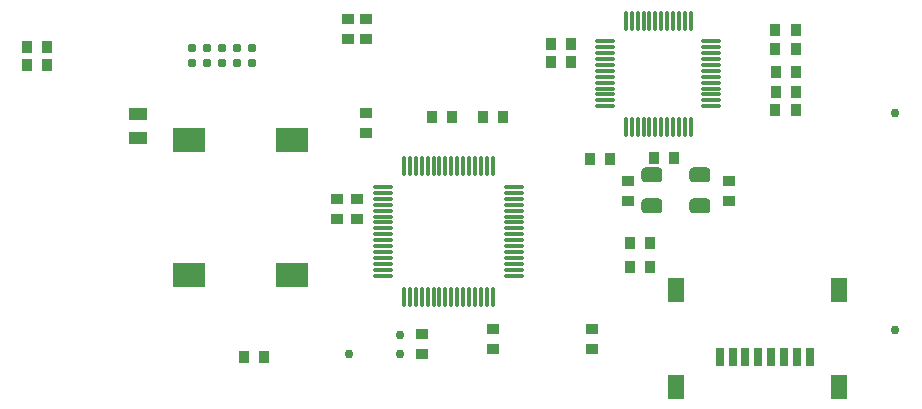
<source format=gbp>
%FSLAX25Y25*%
%MOIN*%
G70*
G01*
G75*
G04 Layer_Color=128*
%ADD10R,0.08661X0.05906*%
%ADD11O,0.00984X0.03347*%
%ADD12O,0.03150X0.01181*%
%ADD13O,0.01181X0.03150*%
%ADD14R,0.06299X0.06299*%
%ADD15R,0.03937X0.03543*%
%ADD16C,0.03000*%
G04:AMPARAMS|DCode=17|XSize=236.22mil|YSize=98.43mil|CornerRadius=24.61mil|HoleSize=0mil|Usage=FLASHONLY|Rotation=0.000|XOffset=0mil|YOffset=0mil|HoleType=Round|Shape=RoundedRectangle|*
%AMROUNDEDRECTD17*
21,1,0.23622,0.04921,0,0,0.0*
21,1,0.18701,0.09843,0,0,0.0*
1,1,0.04921,0.09350,-0.02461*
1,1,0.04921,-0.09350,-0.02461*
1,1,0.04921,-0.09350,0.02461*
1,1,0.04921,0.09350,0.02461*
%
%ADD17ROUNDEDRECTD17*%
G04:AMPARAMS|DCode=18|XSize=98.43mil|YSize=39.37mil|CornerRadius=9.84mil|HoleSize=0mil|Usage=FLASHONLY|Rotation=0.000|XOffset=0mil|YOffset=0mil|HoleType=Round|Shape=RoundedRectangle|*
%AMROUNDEDRECTD18*
21,1,0.09843,0.01969,0,0,0.0*
21,1,0.07874,0.03937,0,0,0.0*
1,1,0.01969,0.03937,-0.00984*
1,1,0.01969,-0.03937,-0.00984*
1,1,0.01969,-0.03937,0.00984*
1,1,0.01969,0.03937,0.00984*
%
%ADD18ROUNDEDRECTD18*%
G04:AMPARAMS|DCode=19|XSize=78.74mil|YSize=94.49mil|CornerRadius=19.69mil|HoleSize=0mil|Usage=FLASHONLY|Rotation=180.000|XOffset=0mil|YOffset=0mil|HoleType=Round|Shape=RoundedRectangle|*
%AMROUNDEDRECTD19*
21,1,0.07874,0.05512,0,0,180.0*
21,1,0.03937,0.09449,0,0,180.0*
1,1,0.03937,-0.01969,0.02756*
1,1,0.03937,0.01969,0.02756*
1,1,0.03937,0.01969,-0.02756*
1,1,0.03937,-0.01969,-0.02756*
%
%ADD19ROUNDEDRECTD19*%
%ADD20R,0.03543X0.03937*%
%ADD21R,0.03150X0.06693*%
%ADD22R,0.03150X0.04331*%
%ADD23R,0.09000X0.09000*%
%ADD24R,0.04331X0.05906*%
%ADD25R,0.05906X0.04331*%
G04:AMPARAMS|DCode=26|XSize=51.18mil|YSize=64.96mil|CornerRadius=12.8mil|HoleSize=0mil|Usage=FLASHONLY|Rotation=0.000|XOffset=0mil|YOffset=0mil|HoleType=Round|Shape=RoundedRectangle|*
%AMROUNDEDRECTD26*
21,1,0.05118,0.03937,0,0,0.0*
21,1,0.02559,0.06496,0,0,0.0*
1,1,0.02559,0.01280,-0.01969*
1,1,0.02559,-0.01280,-0.01969*
1,1,0.02559,-0.01280,0.01969*
1,1,0.02559,0.01280,0.01969*
%
%ADD26ROUNDEDRECTD26*%
G04:AMPARAMS|DCode=27|XSize=31.5mil|YSize=106.3mil|CornerRadius=7.87mil|HoleSize=0mil|Usage=FLASHONLY|Rotation=180.000|XOffset=0mil|YOffset=0mil|HoleType=Round|Shape=RoundedRectangle|*
%AMROUNDEDRECTD27*
21,1,0.03150,0.09055,0,0,180.0*
21,1,0.01575,0.10630,0,0,180.0*
1,1,0.01575,-0.00787,0.04528*
1,1,0.01575,0.00787,0.04528*
1,1,0.01575,0.00787,-0.04528*
1,1,0.01575,-0.00787,-0.04528*
%
%ADD27ROUNDEDRECTD27*%
G04:AMPARAMS|DCode=28|XSize=25.59mil|YSize=43.31mil|CornerRadius=6.4mil|HoleSize=0mil|Usage=FLASHONLY|Rotation=90.000|XOffset=0mil|YOffset=0mil|HoleType=Round|Shape=RoundedRectangle|*
%AMROUNDEDRECTD28*
21,1,0.02559,0.03051,0,0,90.0*
21,1,0.01280,0.04331,0,0,90.0*
1,1,0.01280,0.01526,0.00640*
1,1,0.01280,0.01526,-0.00640*
1,1,0.01280,-0.01526,-0.00640*
1,1,0.01280,-0.01526,0.00640*
%
%ADD28ROUNDEDRECTD28*%
%ADD29C,0.01181*%
%ADD30C,0.01969*%
%ADD31C,0.01000*%
%ADD32C,0.03937*%
%ADD33C,0.03902*%
%ADD34C,0.02953*%
%ADD35C,0.03543*%
G04:AMPARAMS|DCode=36|XSize=86.61mil|YSize=59.06mil|CornerRadius=0mil|HoleSize=0mil|Usage=FLASHONLY|Rotation=0.000|XOffset=0mil|YOffset=0mil|HoleType=Round|Shape=Octagon|*
%AMOCTAGOND36*
4,1,8,0.04331,-0.01476,0.04331,0.01476,0.02854,0.02953,-0.02854,0.02953,-0.04331,0.01476,-0.04331,-0.01476,-0.02854,-0.02953,0.02854,-0.02953,0.04331,-0.01476,0.0*
%
%ADD36OCTAGOND36*%

%ADD37P,0.05114X8X22.5*%
%ADD38C,0.13780*%
%ADD39C,0.05906*%
%ADD40R,0.05906X0.05906*%
%ADD41P,0.04261X8X22.5*%
%ADD42C,0.03937*%
%ADD43R,0.05906X0.05906*%
%ADD44C,0.01969*%
%ADD45C,0.02362*%
%ADD46C,0.04724*%
%ADD47C,0.04000*%
%ADD48C,0.07902*%
%ADD49C,0.06953*%
%ADD50C,0.07543*%
%ADD51O,0.10693X0.07150*%
%ADD52C,0.06362*%
%ADD53C,0.13843*%
%ADD54C,0.05181*%
%ADD55C,0.03098*%
%ADD56R,0.10630X0.07874*%
%ADD57R,0.05709X0.07874*%
%ADD58R,0.03150X0.05906*%
%ADD59O,0.01181X0.07087*%
%ADD60O,0.07087X0.01181*%
G04:AMPARAMS|DCode=61|XSize=50mil|YSize=70mil|CornerRadius=12.5mil|HoleSize=0mil|Usage=FLASHONLY|Rotation=90.000|XOffset=0mil|YOffset=0mil|HoleType=Round|Shape=RoundedRectangle|*
%AMROUNDEDRECTD61*
21,1,0.05000,0.04500,0,0,90.0*
21,1,0.02500,0.07000,0,0,90.0*
1,1,0.02500,0.02250,0.01250*
1,1,0.02500,0.02250,-0.01250*
1,1,0.02500,-0.02250,-0.01250*
1,1,0.02500,-0.02250,0.01250*
%
%ADD61ROUNDEDRECTD61*%
%ADD62C,0.00984*%
%ADD63C,0.00394*%
%ADD64C,0.00787*%
%ADD65R,0.09461X0.06706*%
%ADD66O,0.01784X0.04147*%
%ADD67O,0.03950X0.01981*%
%ADD68O,0.01981X0.03950*%
%ADD69R,0.07099X0.07099*%
%ADD70R,0.04737X0.04343*%
%ADD71C,0.03800*%
G04:AMPARAMS|DCode=72|XSize=244.22mil|YSize=106.42mil|CornerRadius=28.61mil|HoleSize=0mil|Usage=FLASHONLY|Rotation=0.000|XOffset=0mil|YOffset=0mil|HoleType=Round|Shape=RoundedRectangle|*
%AMROUNDEDRECTD72*
21,1,0.24422,0.04921,0,0,0.0*
21,1,0.18701,0.10642,0,0,0.0*
1,1,0.05721,0.09350,-0.02461*
1,1,0.05721,-0.09350,-0.02461*
1,1,0.05721,-0.09350,0.02461*
1,1,0.05721,0.09350,0.02461*
%
%ADD72ROUNDEDRECTD72*%
G04:AMPARAMS|DCode=73|XSize=106.42mil|YSize=47.37mil|CornerRadius=13.84mil|HoleSize=0mil|Usage=FLASHONLY|Rotation=0.000|XOffset=0mil|YOffset=0mil|HoleType=Round|Shape=RoundedRectangle|*
%AMROUNDEDRECTD73*
21,1,0.10642,0.01969,0,0,0.0*
21,1,0.07874,0.04737,0,0,0.0*
1,1,0.02769,0.03937,-0.00984*
1,1,0.02769,-0.03937,-0.00984*
1,1,0.02769,-0.03937,0.00984*
1,1,0.02769,0.03937,0.00984*
%
%ADD73ROUNDEDRECTD73*%
G04:AMPARAMS|DCode=74|XSize=86.74mil|YSize=102.49mil|CornerRadius=23.69mil|HoleSize=0mil|Usage=FLASHONLY|Rotation=180.000|XOffset=0mil|YOffset=0mil|HoleType=Round|Shape=RoundedRectangle|*
%AMROUNDEDRECTD74*
21,1,0.08674,0.05512,0,0,180.0*
21,1,0.03937,0.10249,0,0,180.0*
1,1,0.04737,-0.01969,0.02756*
1,1,0.04737,0.01969,0.02756*
1,1,0.04737,0.01969,-0.02756*
1,1,0.04737,-0.01969,-0.02756*
%
%ADD74ROUNDEDRECTD74*%
%ADD75R,0.04343X0.04737*%
%ADD76R,0.03950X0.07493*%
%ADD77R,0.03950X0.05131*%
%ADD78R,0.09800X0.09800*%
%ADD79R,0.05131X0.06706*%
%ADD80R,0.06706X0.05131*%
G04:AMPARAMS|DCode=81|XSize=59.18mil|YSize=72.96mil|CornerRadius=16.8mil|HoleSize=0mil|Usage=FLASHONLY|Rotation=0.000|XOffset=0mil|YOffset=0mil|HoleType=Round|Shape=RoundedRectangle|*
%AMROUNDEDRECTD81*
21,1,0.05918,0.03937,0,0,0.0*
21,1,0.02559,0.07296,0,0,0.0*
1,1,0.03359,0.01280,-0.01969*
1,1,0.03359,-0.01280,-0.01969*
1,1,0.03359,-0.01280,0.01969*
1,1,0.03359,0.01280,0.01969*
%
%ADD81ROUNDEDRECTD81*%
G04:AMPARAMS|DCode=82|XSize=39.5mil|YSize=114.3mil|CornerRadius=11.87mil|HoleSize=0mil|Usage=FLASHONLY|Rotation=180.000|XOffset=0mil|YOffset=0mil|HoleType=Round|Shape=RoundedRectangle|*
%AMROUNDEDRECTD82*
21,1,0.03950,0.09055,0,0,180.0*
21,1,0.01575,0.11430,0,0,180.0*
1,1,0.02375,-0.00787,0.04528*
1,1,0.02375,0.00787,0.04528*
1,1,0.02375,0.00787,-0.04528*
1,1,0.02375,-0.00787,-0.04528*
%
%ADD82ROUNDEDRECTD82*%
G04:AMPARAMS|DCode=83|XSize=33.59mil|YSize=51.31mil|CornerRadius=10.4mil|HoleSize=0mil|Usage=FLASHONLY|Rotation=90.000|XOffset=0mil|YOffset=0mil|HoleType=Round|Shape=RoundedRectangle|*
%AMROUNDEDRECTD83*
21,1,0.03359,0.03051,0,0,90.0*
21,1,0.01280,0.05131,0,0,90.0*
1,1,0.02080,0.01526,0.00640*
1,1,0.02080,0.01526,-0.00640*
1,1,0.02080,-0.01526,-0.00640*
1,1,0.02080,-0.01526,0.00640*
%
%ADD83ROUNDEDRECTD83*%
%ADD84C,0.04702*%
%ADD85C,0.03753*%
%ADD86C,0.04343*%
G04:AMPARAMS|DCode=87|XSize=94.61mil|YSize=67.06mil|CornerRadius=0mil|HoleSize=0mil|Usage=FLASHONLY|Rotation=0.000|XOffset=0mil|YOffset=0mil|HoleType=Round|Shape=Octagon|*
%AMOCTAGOND87*
4,1,8,0.04731,-0.01676,0.04731,0.01676,0.03054,0.03353,-0.03054,0.03353,-0.04731,0.01676,-0.04731,-0.01676,-0.03054,-0.03353,0.03054,-0.03353,0.04731,-0.01676,0.0*
%
%ADD87OCTAGOND87*%

%ADD88P,0.05980X8X22.5*%
%ADD89C,0.14579*%
%ADD90C,0.06706*%
%ADD91R,0.06706X0.06706*%
%ADD92P,0.05127X8X22.5*%
%ADD93C,0.04737*%
%ADD94R,0.06706X0.06706*%
%ADD95C,0.03898*%
%ADD96R,0.11430X0.08674*%
%ADD97R,0.06509X0.08674*%
%ADD98R,0.03550X0.06306*%
%ADD99O,0.01981X0.07887*%
%ADD100O,0.07887X0.01981*%
G04:AMPARAMS|DCode=101|XSize=58mil|YSize=78mil|CornerRadius=16.5mil|HoleSize=0mil|Usage=FLASHONLY|Rotation=90.000|XOffset=0mil|YOffset=0mil|HoleType=Round|Shape=RoundedRectangle|*
%AMROUNDEDRECTD101*
21,1,0.05800,0.04500,0,0,90.0*
21,1,0.02500,0.07800,0,0,90.0*
1,1,0.03300,0.02250,0.01250*
1,1,0.03300,0.02250,-0.01250*
1,1,0.03300,-0.02250,-0.01250*
1,1,0.03300,-0.02250,0.01250*
%
%ADD101ROUNDEDRECTD101*%
D15*
X171555Y62846D02*
D03*
Y56154D02*
D03*
X165555Y56154D02*
D03*
Y62846D02*
D03*
X247000Y-40653D02*
D03*
Y-47346D02*
D03*
X171500Y24654D02*
D03*
Y31346D02*
D03*
X168445Y-3847D02*
D03*
Y2847D02*
D03*
X161945Y-3847D02*
D03*
Y2847D02*
D03*
X190100Y-42154D02*
D03*
Y-48846D02*
D03*
X213800Y-40554D02*
D03*
Y-47246D02*
D03*
X292500Y2153D02*
D03*
Y8846D02*
D03*
X259000Y8846D02*
D03*
Y2153D02*
D03*
D16*
X348000Y31500D02*
D03*
X166000Y-49000D02*
D03*
X183000D02*
D03*
Y-42555D02*
D03*
X348000Y-41000D02*
D03*
D20*
X130894Y-49841D02*
D03*
X137587D02*
D03*
X193654Y30000D02*
D03*
X200346D02*
D03*
X259500Y-20055D02*
D03*
X266193D02*
D03*
X259500Y-12055D02*
D03*
X266193D02*
D03*
X210653Y30000D02*
D03*
X217347D02*
D03*
X308063Y32276D02*
D03*
X314756D02*
D03*
X267653Y16555D02*
D03*
X274346D02*
D03*
X308063Y59146D02*
D03*
X314756D02*
D03*
X233154Y54500D02*
D03*
X239846D02*
D03*
X314846Y38500D02*
D03*
X308154D02*
D03*
X314846Y45000D02*
D03*
X308154D02*
D03*
X314756Y52782D02*
D03*
X308063D02*
D03*
X233154Y48500D02*
D03*
X239846D02*
D03*
X246153Y16000D02*
D03*
X252847D02*
D03*
X65346Y53500D02*
D03*
X58653D02*
D03*
X65346Y47500D02*
D03*
X58653D02*
D03*
D25*
X95500Y30937D02*
D03*
Y23063D02*
D03*
D55*
X113500Y53000D02*
D03*
X118500D02*
D03*
X123500D02*
D03*
X128500D02*
D03*
X133500D02*
D03*
Y48000D02*
D03*
X128500D02*
D03*
X123500D02*
D03*
X118500D02*
D03*
X113500D02*
D03*
D56*
X112598Y22441D02*
D03*
Y-22441D02*
D03*
X146850D02*
D03*
Y22441D02*
D03*
D57*
X329067Y-27409D02*
D03*
X274933D02*
D03*
Y-60047D02*
D03*
X329067D02*
D03*
D58*
X298063Y-49811D02*
D03*
X293732D02*
D03*
X289402D02*
D03*
X302394D02*
D03*
X306724D02*
D03*
X311055D02*
D03*
X315386D02*
D03*
X319717D02*
D03*
D59*
X213764Y-29850D02*
D03*
X211795Y-29850D02*
D03*
X209827D02*
D03*
X207858D02*
D03*
X205890D02*
D03*
X203921Y-29850D02*
D03*
X201953D02*
D03*
X199984D02*
D03*
X198016Y-29850D02*
D03*
X196047D02*
D03*
X194079D02*
D03*
X192110Y-29850D02*
D03*
X190142D02*
D03*
X188173Y-29850D02*
D03*
X186205Y-29850D02*
D03*
X184236D02*
D03*
Y13850D02*
D03*
X186205D02*
D03*
X188173D02*
D03*
X190142D02*
D03*
X192110D02*
D03*
X194079Y13850D02*
D03*
X196047D02*
D03*
X198016D02*
D03*
X199984Y13850D02*
D03*
X201953D02*
D03*
X203921D02*
D03*
X205890D02*
D03*
X207858Y13850D02*
D03*
X209827Y13850D02*
D03*
X211795D02*
D03*
X213764Y13850D02*
D03*
X279827Y26783D02*
D03*
X277858D02*
D03*
X275890D02*
D03*
X273921D02*
D03*
X271953Y26783D02*
D03*
X269984D02*
D03*
X268016D02*
D03*
X266047Y26783D02*
D03*
X264079D02*
D03*
X262110D02*
D03*
X260142D02*
D03*
X258173Y26783D02*
D03*
Y62217D02*
D03*
X260142Y62217D02*
D03*
X262110D02*
D03*
X264079D02*
D03*
X266047D02*
D03*
X268016Y62217D02*
D03*
X269984D02*
D03*
X271953D02*
D03*
X273921Y62217D02*
D03*
X275890D02*
D03*
X277858D02*
D03*
X279827D02*
D03*
D60*
X177150Y-22764D02*
D03*
Y-20795D02*
D03*
Y-18827D02*
D03*
X177150Y-16858D02*
D03*
Y-14890D02*
D03*
X177150Y-12921D02*
D03*
Y-10953D02*
D03*
Y-8984D02*
D03*
Y-7016D02*
D03*
Y-5047D02*
D03*
Y-3079D02*
D03*
Y-1110D02*
D03*
Y858D02*
D03*
Y2827D02*
D03*
Y4795D02*
D03*
Y6764D02*
D03*
X220850Y6764D02*
D03*
X220850Y4795D02*
D03*
Y2827D02*
D03*
X220850Y858D02*
D03*
Y-1110D02*
D03*
Y-3079D02*
D03*
Y-5047D02*
D03*
Y-7016D02*
D03*
X220850Y-8984D02*
D03*
Y-10953D02*
D03*
X220850Y-12921D02*
D03*
Y-14890D02*
D03*
Y-16858D02*
D03*
Y-18827D02*
D03*
Y-20795D02*
D03*
Y-22764D02*
D03*
X286717Y55327D02*
D03*
Y53358D02*
D03*
Y51390D02*
D03*
Y49421D02*
D03*
X286717Y47453D02*
D03*
Y45484D02*
D03*
Y43516D02*
D03*
X286717Y41547D02*
D03*
Y39579D02*
D03*
X286717Y37610D02*
D03*
Y35642D02*
D03*
Y33673D02*
D03*
X251284D02*
D03*
Y35642D02*
D03*
Y37610D02*
D03*
Y39579D02*
D03*
Y41547D02*
D03*
X251283Y43516D02*
D03*
Y45484D02*
D03*
Y47453D02*
D03*
X251284Y49421D02*
D03*
Y51390D02*
D03*
Y53358D02*
D03*
Y55327D02*
D03*
D61*
X267000Y430D02*
D03*
Y10680D02*
D03*
X283000D02*
D03*
Y430D02*
D03*
M02*

</source>
